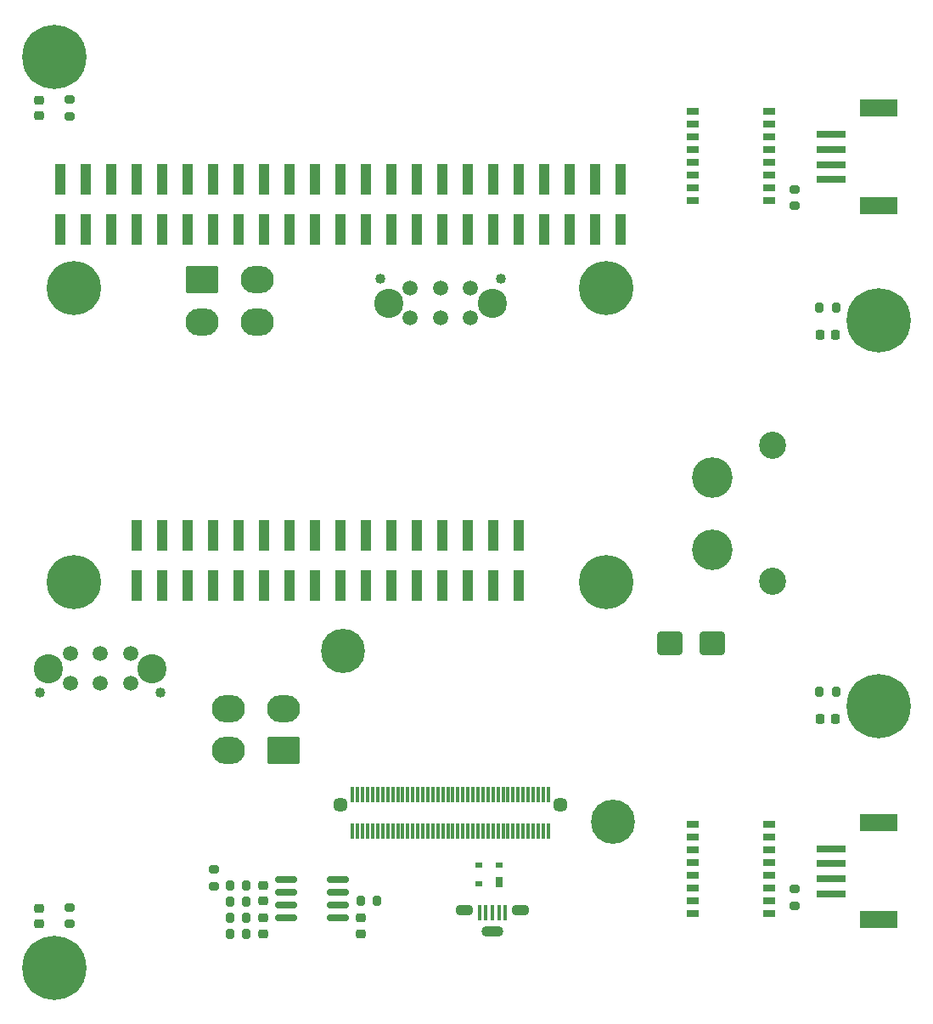
<source format=gbr>
%TF.GenerationSoftware,KiCad,Pcbnew,7.0.7*%
%TF.CreationDate,2024-02-15T16:38:16+01:00*%
%TF.ProjectId,nav_lower_controller,6e61765f-6c6f-4776-9572-5f636f6e7472,1*%
%TF.SameCoordinates,Original*%
%TF.FileFunction,Soldermask,Top*%
%TF.FilePolarity,Negative*%
%FSLAX46Y46*%
G04 Gerber Fmt 4.6, Leading zero omitted, Abs format (unit mm)*
G04 Created by KiCad (PCBNEW 7.0.7) date 2024-02-15 16:38:16*
%MOMM*%
%LPD*%
G01*
G04 APERTURE LIST*
G04 Aperture macros list*
%AMRoundRect*
0 Rectangle with rounded corners*
0 $1 Rounding radius*
0 $2 $3 $4 $5 $6 $7 $8 $9 X,Y pos of 4 corners*
0 Add a 4 corners polygon primitive as box body*
4,1,4,$2,$3,$4,$5,$6,$7,$8,$9,$2,$3,0*
0 Add four circle primitives for the rounded corners*
1,1,$1+$1,$2,$3*
1,1,$1+$1,$4,$5*
1,1,$1+$1,$6,$7*
1,1,$1+$1,$8,$9*
0 Add four rect primitives between the rounded corners*
20,1,$1+$1,$2,$3,$4,$5,0*
20,1,$1+$1,$4,$5,$6,$7,0*
20,1,$1+$1,$6,$7,$8,$9,0*
20,1,$1+$1,$8,$9,$2,$3,0*%
G04 Aperture macros list end*
%ADD10RoundRect,0.150000X0.950000X0.150000X-0.950000X0.150000X-0.950000X-0.150000X0.950000X-0.150000X0*%
%ADD11R,0.450000X1.500000*%
%ADD12O,1.800000X1.100000*%
%ADD13O,2.200000X1.100000*%
%ADD14C,4.400000*%
%ADD15C,0.800000*%
%ADD16C,6.400000*%
%ADD17R,1.000000X3.150000*%
%ADD18RoundRect,0.225000X0.225000X0.250000X-0.225000X0.250000X-0.225000X-0.250000X0.225000X-0.250000X0*%
%ADD19C,1.450000*%
%ADD20R,0.300000X1.500000*%
%ADD21RoundRect,0.200000X0.200000X0.275000X-0.200000X0.275000X-0.200000X-0.275000X0.200000X-0.275000X0*%
%ADD22RoundRect,0.200000X-0.200000X-0.275000X0.200000X-0.275000X0.200000X0.275000X-0.200000X0.275000X0*%
%ADD23R,2.900000X0.800000*%
%ADD24R,3.800000X1.800000*%
%ADD25RoundRect,0.250000X-1.000000X-0.900000X1.000000X-0.900000X1.000000X0.900000X-1.000000X0.900000X0*%
%ADD26R,1.270000X0.760000*%
%ADD27RoundRect,0.225000X-0.250000X0.225000X-0.250000X-0.225000X0.250000X-0.225000X0.250000X0.225000X0*%
%ADD28C,5.400000*%
%ADD29RoundRect,0.200000X-0.275000X0.200000X-0.275000X-0.200000X0.275000X-0.200000X0.275000X0.200000X0*%
%ADD30RoundRect,0.200000X0.275000X-0.200000X0.275000X0.200000X-0.275000X0.200000X-0.275000X-0.200000X0*%
%ADD31RoundRect,0.225000X0.250000X-0.225000X0.250000X0.225000X-0.250000X0.225000X-0.250000X-0.225000X0*%
%ADD32C,4.050000*%
%ADD33C,2.700000*%
%ADD34R,0.700000X1.000000*%
%ADD35R,0.700000X0.600000*%
%ADD36RoundRect,0.250001X-1.399999X1.099999X-1.399999X-1.099999X1.399999X-1.099999X1.399999X1.099999X0*%
%ADD37O,3.300000X2.700000*%
%ADD38C,1.020000*%
%ADD39C,1.520000*%
%ADD40C,2.910000*%
%ADD41RoundRect,0.250001X1.399999X-1.099999X1.399999X1.099999X-1.399999X1.099999X-1.399999X-1.099999X0*%
G04 APERTURE END LIST*
D10*
%TO.C,U1*%
X133810000Y-135505000D03*
X133810000Y-134235000D03*
X133810000Y-132965000D03*
X133810000Y-131695000D03*
X128610000Y-131695000D03*
X128610000Y-132965000D03*
X128610000Y-134235000D03*
X128610000Y-135505000D03*
%TD*%
D11*
%TO.C,J11*%
X147900000Y-135000000D03*
X148550000Y-135000000D03*
X149200000Y-135000000D03*
X149850000Y-135000000D03*
X150500000Y-135000000D03*
D12*
X146400000Y-134750000D03*
D13*
X149200000Y-136900000D03*
D12*
X152000000Y-134750000D03*
%TD*%
D14*
%TO.C,H9*%
X161250000Y-126000000D03*
%TD*%
D15*
%TO.C,H5*%
X103100000Y-49750000D03*
X103802944Y-48052944D03*
X103802944Y-51447056D03*
X105500000Y-47350000D03*
D16*
X105500000Y-49750000D03*
D15*
X105500000Y-52150000D03*
X107197056Y-48052944D03*
X107197056Y-51447056D03*
X107900000Y-49750000D03*
%TD*%
D14*
%TO.C,H10*%
X134250000Y-109000000D03*
%TD*%
D17*
%TO.C,J4*%
X106060000Y-66995000D03*
X106060000Y-61945000D03*
X108600000Y-66995000D03*
X108600000Y-61945000D03*
X111140000Y-66995000D03*
X111140000Y-61945000D03*
X113680000Y-66995000D03*
X113680000Y-61945000D03*
X116220000Y-66995000D03*
X116220000Y-61945000D03*
X118760000Y-66995000D03*
X118760000Y-61945000D03*
X121300000Y-66995000D03*
X121300000Y-61945000D03*
X123840000Y-66995000D03*
X123840000Y-61945000D03*
X126380000Y-66995000D03*
X126380000Y-61945000D03*
X128920000Y-66995000D03*
X128920000Y-61945000D03*
X131460000Y-66995000D03*
X131460000Y-61945000D03*
X134000000Y-66995000D03*
X134000000Y-61945000D03*
X136540000Y-66995000D03*
X136540000Y-61945000D03*
X139080000Y-66995000D03*
X139080000Y-61945000D03*
X141620000Y-66995000D03*
X141620000Y-61945000D03*
X144160000Y-66995000D03*
X144160000Y-61945000D03*
X146700000Y-66995000D03*
X146700000Y-61945000D03*
X149240000Y-66995000D03*
X149240000Y-61945000D03*
X151780000Y-66995000D03*
X151780000Y-61945000D03*
X154320000Y-66995000D03*
X154320000Y-61945000D03*
X156860000Y-66995000D03*
X156860000Y-61945000D03*
X159400000Y-66995000D03*
X159400000Y-61945000D03*
X161940000Y-66995000D03*
X161940000Y-61945000D03*
%TD*%
D18*
%TO.C,C5*%
X183425000Y-77500000D03*
X181875000Y-77500000D03*
%TD*%
D19*
%TO.C,J10*%
X134000000Y-124250000D03*
X156000000Y-124250000D03*
D20*
X135250000Y-126950000D03*
X135250000Y-123250000D03*
X135750000Y-126950000D03*
X135750000Y-123250000D03*
X136250000Y-126950000D03*
X136250000Y-123250000D03*
X136750000Y-126950000D03*
X136750000Y-123250000D03*
X137250000Y-126950000D03*
X137250000Y-123250000D03*
X137750000Y-126950000D03*
X137750000Y-123250000D03*
X138250000Y-126950000D03*
X138250000Y-123250000D03*
X138750000Y-126950000D03*
X138750000Y-123250000D03*
X139250000Y-126950000D03*
X139250000Y-123250000D03*
X139750000Y-126950000D03*
X139750000Y-123250000D03*
X140250000Y-126950000D03*
X140250000Y-123250000D03*
X140750000Y-126950000D03*
X140750000Y-123250000D03*
X141250000Y-126950000D03*
X141250000Y-123250000D03*
X141750000Y-126950000D03*
X141750000Y-123250000D03*
X142250000Y-126950000D03*
X142250000Y-123250000D03*
X142750000Y-126950000D03*
X142750000Y-123250000D03*
X143250000Y-126950000D03*
X143250000Y-123250000D03*
X143750000Y-126950000D03*
X143750000Y-123250000D03*
X144250000Y-126950000D03*
X144250000Y-123250000D03*
X144750000Y-126950000D03*
X144750000Y-123250000D03*
X145250000Y-126950000D03*
X145250000Y-123250000D03*
X145750000Y-126950000D03*
X145750000Y-123250000D03*
X146250000Y-126950000D03*
X146250000Y-123250000D03*
X146750000Y-126950000D03*
X146750000Y-123250000D03*
X147250000Y-126950000D03*
X147250000Y-123250000D03*
X147750000Y-126950000D03*
X147750000Y-123250000D03*
X148250000Y-126950000D03*
X148250000Y-123250000D03*
X148750000Y-126950000D03*
X148750000Y-123250000D03*
X149250000Y-126950000D03*
X149250000Y-123250000D03*
X149750000Y-126950000D03*
X149750000Y-123250000D03*
X150250000Y-126950000D03*
X150250000Y-123250000D03*
X150750000Y-126950000D03*
X150750000Y-123250000D03*
X151250000Y-126950000D03*
X151250000Y-123250000D03*
X151750000Y-126950000D03*
X151750000Y-123250000D03*
X152250000Y-126950000D03*
X152250000Y-123250000D03*
X152750000Y-126950000D03*
X152750000Y-123250000D03*
X153250000Y-126950000D03*
X153250000Y-123250000D03*
X153750000Y-126950000D03*
X153750000Y-123250000D03*
X154250000Y-126950000D03*
X154250000Y-123250000D03*
X154750000Y-126950000D03*
X154750000Y-123250000D03*
%TD*%
D21*
%TO.C,R5*%
X183475000Y-113000000D03*
X181825000Y-113000000D03*
%TD*%
D22*
%TO.C,R8*%
X123025000Y-133900000D03*
X124675000Y-133900000D03*
%TD*%
D23*
%TO.C,J2*%
X183000000Y-62000000D03*
X183000000Y-60500000D03*
X183000000Y-59000000D03*
X183000000Y-57500000D03*
D24*
X187700000Y-64600000D03*
X187700000Y-54900000D03*
%TD*%
D25*
%TO.C,D2*%
X166850000Y-108200000D03*
X171150000Y-108200000D03*
%TD*%
D17*
%TO.C,J6*%
X113740000Y-102470000D03*
X113740000Y-97420000D03*
X116280000Y-102470000D03*
X116280000Y-97420000D03*
X118820000Y-102470000D03*
X118820000Y-97420000D03*
X121360000Y-102470000D03*
X121360000Y-97420000D03*
X123900000Y-102470000D03*
X123900000Y-97420000D03*
X126440000Y-102470000D03*
X126440000Y-97420000D03*
X128980000Y-102470000D03*
X128980000Y-97420000D03*
X131520000Y-102470000D03*
X131520000Y-97420000D03*
X134060000Y-102470000D03*
X134060000Y-97420000D03*
X136600000Y-102470000D03*
X136600000Y-97420000D03*
X139140000Y-102470000D03*
X139140000Y-97420000D03*
X141680000Y-102470000D03*
X141680000Y-97420000D03*
X144220000Y-102470000D03*
X144220000Y-97420000D03*
X146760000Y-102470000D03*
X146760000Y-97420000D03*
X149300000Y-102470000D03*
X149300000Y-97420000D03*
X151840000Y-102470000D03*
X151840000Y-97420000D03*
%TD*%
D22*
%TO.C,R9*%
X123025000Y-132300000D03*
X124675000Y-132300000D03*
%TD*%
D26*
%TO.C,SW2*%
X169190000Y-126255000D03*
X169190000Y-127525000D03*
X169190000Y-128795000D03*
X169190000Y-130065000D03*
X169190000Y-131335000D03*
X169190000Y-132605000D03*
X169190000Y-133875000D03*
X169190000Y-135145000D03*
X176810000Y-135145000D03*
X176810000Y-133875000D03*
X176810000Y-132605000D03*
X176810000Y-131335000D03*
X176810000Y-130065000D03*
X176810000Y-128795000D03*
X176810000Y-127525000D03*
X176810000Y-126255000D03*
%TD*%
%TO.C,SW1*%
X169190000Y-55205000D03*
X169190000Y-56475000D03*
X169190000Y-57745000D03*
X169190000Y-59015000D03*
X169190000Y-60285000D03*
X169190000Y-61555000D03*
X169190000Y-62825000D03*
X169190000Y-64095000D03*
X176810000Y-64095000D03*
X176810000Y-62825000D03*
X176810000Y-61555000D03*
X176810000Y-60285000D03*
X176810000Y-59015000D03*
X176810000Y-57745000D03*
X176810000Y-56475000D03*
X176810000Y-55205000D03*
%TD*%
D27*
%TO.C,C9*%
X126350000Y-135575000D03*
X126350000Y-137125000D03*
%TD*%
D18*
%TO.C,C7*%
X183425000Y-115750000D03*
X181875000Y-115750000D03*
%TD*%
D22*
%TO.C,R12*%
X136025000Y-133850000D03*
X137675000Y-133850000D03*
%TD*%
D15*
%TO.C,H3*%
X105425000Y-102100000D03*
X106018109Y-100668109D03*
X106018109Y-103531891D03*
X107450000Y-100075000D03*
D28*
X107450000Y-102100000D03*
D15*
X107450000Y-104125000D03*
X108881891Y-100668109D03*
X108881891Y-103531891D03*
X109475000Y-102100000D03*
%TD*%
D22*
%TO.C,R11*%
X123025000Y-137150000D03*
X124675000Y-137150000D03*
%TD*%
D15*
%TO.C,H7*%
X103100000Y-140500000D03*
X103802944Y-138802944D03*
X103802944Y-142197056D03*
X105500000Y-138100000D03*
D16*
X105500000Y-140500000D03*
D15*
X105500000Y-142900000D03*
X107197056Y-138802944D03*
X107197056Y-142197056D03*
X107900000Y-140500000D03*
%TD*%
D22*
%TO.C,R7*%
X123025000Y-135550000D03*
X124675000Y-135550000D03*
%TD*%
D29*
%TO.C,R10*%
X121400000Y-130750000D03*
X121400000Y-132400000D03*
%TD*%
D30*
%TO.C,R6*%
X179300000Y-134325000D03*
X179300000Y-132675000D03*
%TD*%
D29*
%TO.C,R1*%
X179300000Y-62975000D03*
X179300000Y-64625000D03*
%TD*%
D21*
%TO.C,R3*%
X183475000Y-74750000D03*
X181825000Y-74750000D03*
%TD*%
D23*
%TO.C,J3*%
X182975000Y-133150000D03*
X182975000Y-131650000D03*
X182975000Y-130150000D03*
X182975000Y-128650000D03*
D24*
X187675000Y-135750000D03*
X187675000Y-126050000D03*
%TD*%
D15*
%TO.C,H2*%
X158525000Y-72800000D03*
X159118109Y-71368109D03*
X159118109Y-74231891D03*
X160550000Y-70775000D03*
D28*
X160550000Y-72800000D03*
D15*
X160550000Y-74825000D03*
X161981891Y-71368109D03*
X161981891Y-74231891D03*
X162575000Y-72800000D03*
%TD*%
D30*
%TO.C,R4*%
X107000000Y-136175000D03*
X107000000Y-134525000D03*
%TD*%
D27*
%TO.C,C11*%
X136100000Y-135575000D03*
X136100000Y-137125000D03*
%TD*%
D29*
%TO.C,R2*%
X107000000Y-54025000D03*
X107000000Y-55675000D03*
%TD*%
D31*
%TO.C,C10*%
X126350000Y-133875000D03*
X126350000Y-132325000D03*
%TD*%
D15*
%TO.C,H4*%
X158525000Y-102100000D03*
X159118109Y-100668109D03*
X159118109Y-103531891D03*
X160550000Y-100075000D03*
D28*
X160550000Y-102100000D03*
D15*
X160550000Y-104125000D03*
X161981891Y-100668109D03*
X161981891Y-103531891D03*
X162575000Y-102100000D03*
%TD*%
D32*
%TO.C,J1*%
X171087500Y-91650000D03*
X171087500Y-98850000D03*
D33*
X177087500Y-102000000D03*
X177087500Y-88500000D03*
%TD*%
D15*
%TO.C,H8*%
X185350000Y-114500000D03*
X186052944Y-112802944D03*
X186052944Y-116197056D03*
X187750000Y-112100000D03*
D16*
X187750000Y-114500000D03*
D15*
X187750000Y-116900000D03*
X189447056Y-112802944D03*
X189447056Y-116197056D03*
X190150000Y-114500000D03*
%TD*%
D34*
%TO.C,D5*%
X149875000Y-132000000D03*
D35*
X149875000Y-130300000D03*
X147875000Y-130300000D03*
X147875000Y-132200000D03*
%TD*%
D15*
%TO.C,H1*%
X105425000Y-72800000D03*
X106018109Y-71368109D03*
X106018109Y-74231891D03*
X107450000Y-70775000D03*
D28*
X107450000Y-72800000D03*
D15*
X107450000Y-74825000D03*
X108881891Y-71368109D03*
X108881891Y-74231891D03*
X109475000Y-72800000D03*
%TD*%
D27*
%TO.C,C4*%
X104000000Y-54075000D03*
X104000000Y-55625000D03*
%TD*%
D31*
%TO.C,C6*%
X104000000Y-136125000D03*
X104000000Y-134575000D03*
%TD*%
D15*
%TO.C,H6*%
X185350000Y-76000000D03*
X186052944Y-74302944D03*
X186052944Y-77697056D03*
X187750000Y-73600000D03*
D16*
X187750000Y-76000000D03*
D15*
X187750000Y-78400000D03*
X189447056Y-74302944D03*
X189447056Y-77697056D03*
X190150000Y-76000000D03*
%TD*%
D36*
%TO.C,J15*%
X120250000Y-72000000D03*
D37*
X120250000Y-76200000D03*
X125750000Y-72000000D03*
X125750000Y-76200000D03*
%TD*%
D38*
%TO.C,J9*%
X104100000Y-113140000D03*
X116100000Y-113140000D03*
D39*
X113100000Y-109200000D03*
X110100000Y-109200000D03*
X107100000Y-109200000D03*
X113100000Y-112200000D03*
X110100000Y-112200000D03*
X107100000Y-112200000D03*
D40*
X115250000Y-110700000D03*
X104950000Y-110700000D03*
%TD*%
D41*
%TO.C,J12*%
X128400000Y-118900000D03*
D37*
X128400000Y-114700000D03*
X122900000Y-118900000D03*
X122900000Y-114700000D03*
%TD*%
D38*
%TO.C,J13*%
X150000000Y-71860000D03*
X138000000Y-71860000D03*
D39*
X141000000Y-75800000D03*
X144000000Y-75800000D03*
X147000000Y-75800000D03*
X141000000Y-72800000D03*
X144000000Y-72800000D03*
X147000000Y-72800000D03*
D40*
X138850000Y-74300000D03*
X149150000Y-74300000D03*
%TD*%
M02*

</source>
